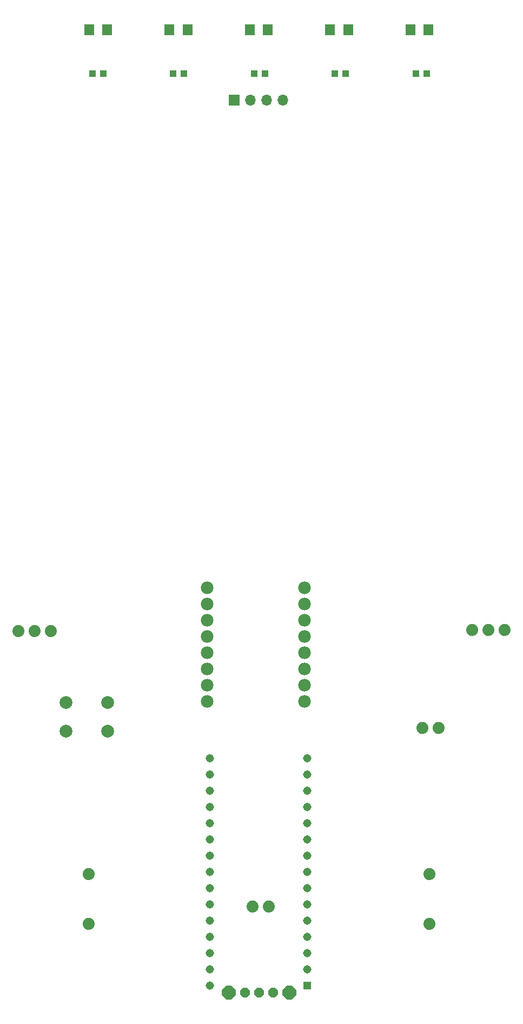
<source format=gbr>
%TF.GenerationSoftware,KiCad,Pcbnew,7.0.7*%
%TF.CreationDate,2024-02-07T22:59:59+08:00*%
%TF.ProjectId,lekirbotv2,6c656b69-7262-46f7-9476-322e6b696361,rev?*%
%TF.SameCoordinates,Original*%
%TF.FileFunction,Copper,L1,Top*%
%TF.FilePolarity,Positive*%
%FSLAX46Y46*%
G04 Gerber Fmt 4.6, Leading zero omitted, Abs format (unit mm)*
G04 Created by KiCad (PCBNEW 7.0.7) date 2024-02-07 22:59:59*
%MOMM*%
%LPD*%
G01*
G04 APERTURE LIST*
G04 Aperture macros list*
%AMOutline5P*
0 Free polygon, 5 corners , with rotation*
0 The origin of the aperture is its center*
0 number of corners: always 5*
0 $1 to $10 corner X, Y*
0 $11 Rotation angle, in degrees counterclockwise*
0 create outline with 5 corners*
4,1,5,$1,$2,$3,$4,$5,$6,$7,$8,$9,$10,$1,$2,$11*%
%AMOutline6P*
0 Free polygon, 6 corners , with rotation*
0 The origin of the aperture is its center*
0 number of corners: always 6*
0 $1 to $12 corner X, Y*
0 $13 Rotation angle, in degrees counterclockwise*
0 create outline with 6 corners*
4,1,6,$1,$2,$3,$4,$5,$6,$7,$8,$9,$10,$11,$12,$1,$2,$13*%
%AMOutline7P*
0 Free polygon, 7 corners , with rotation*
0 The origin of the aperture is its center*
0 number of corners: always 7*
0 $1 to $14 corner X, Y*
0 $15 Rotation angle, in degrees counterclockwise*
0 create outline with 7 corners*
4,1,7,$1,$2,$3,$4,$5,$6,$7,$8,$9,$10,$11,$12,$13,$14,$1,$2,$15*%
%AMOutline8P*
0 Free polygon, 8 corners , with rotation*
0 The origin of the aperture is its center*
0 number of corners: always 8*
0 $1 to $16 corner X, Y*
0 $17 Rotation angle, in degrees counterclockwise*
0 create outline with 8 corners*
4,1,8,$1,$2,$3,$4,$5,$6,$7,$8,$9,$10,$11,$12,$13,$14,$15,$16,$1,$2,$17*%
G04 Aperture macros list end*
%TA.AperFunction,ComponentPad*%
%ADD10C,1.980000*%
%TD*%
%TA.AperFunction,SMDPad,CuDef*%
%ADD11R,1.100000X1.000000*%
%TD*%
%TA.AperFunction,ComponentPad*%
%ADD12O,1.700000X1.700000*%
%TD*%
%TA.AperFunction,ComponentPad*%
%ADD13R,1.700000X1.700000*%
%TD*%
%TA.AperFunction,ComponentPad*%
%ADD14C,1.879600*%
%TD*%
%TA.AperFunction,SMDPad,CuDef*%
%ADD15R,1.600000X1.803000*%
%TD*%
%TA.AperFunction,ComponentPad*%
%ADD16C,2.000000*%
%TD*%
%TA.AperFunction,ComponentPad*%
%ADD17R,1.308000X1.308000*%
%TD*%
%TA.AperFunction,ComponentPad*%
%ADD18C,1.308000*%
%TD*%
%TA.AperFunction,ComponentPad*%
%ADD19Outline8P,-0.762000X0.315631X-0.315631X0.762000X0.315631X0.762000X0.762000X0.315631X0.762000X-0.315631X0.315631X-0.762000X-0.315631X-0.762000X-0.762000X-0.315631X90.000000*%
%TD*%
%TA.AperFunction,ComponentPad*%
%ADD20Outline8P,-1.066800X0.441883X-0.441883X1.066800X0.441883X1.066800X1.066800X0.441883X1.066800X-0.441883X0.441883X-1.066800X-0.441883X-1.066800X-1.066800X-0.441883X90.000000*%
%TD*%
G04 APERTURE END LIST*
D10*
%TO.P,U1,9,GND*%
%TO.N,GND*%
X99670000Y-140665000D03*
%TO.P,U1,10,PWMB*%
%TO.N,/IO5*%
X99670000Y-138125000D03*
%TO.P,U1,11,BI2*%
%TO.N,Net-(IC3C-O)*%
X99670000Y-135585000D03*
%TO.P,U1,12,BI1*%
%TO.N,/IO3*%
X99670000Y-133045000D03*
%TO.P,U1,13,STBY*%
%TO.N,+5V*%
X99670000Y-130505000D03*
%TO.P,U1,14,AI1*%
%TO.N,/IO2*%
X99670000Y-127965000D03*
%TO.P,U1,15,AI2*%
%TO.N,Net-(IC3A-O)*%
X99670000Y-125425000D03*
%TO.P,U1,16,PWMA*%
%TO.N,/IO6*%
X99670000Y-122885000D03*
%TO.P,U1,1,VM*%
%TO.N,/VIN*%
X84430000Y-122885000D03*
%TO.P,U1,2,VCC*%
%TO.N,+5V*%
X84430000Y-125425000D03*
%TO.P,U1,3,GND*%
%TO.N,GND*%
X84430000Y-127965000D03*
%TO.P,U1,4,A01*%
%TO.N,/A01*%
X84430000Y-130505000D03*
%TO.P,U1,5,A02*%
%TO.N,/A02*%
X84430000Y-133045000D03*
%TO.P,U1,6,B02*%
%TO.N,/B02*%
X84430000Y-135585000D03*
%TO.P,U1,7,B01*%
%TO.N,/B01*%
X84430000Y-138125000D03*
%TO.P,U1,8,GND*%
%TO.N,GND*%
X84430000Y-140665000D03*
%TD*%
D11*
%TO.P,R1,2,2*%
%TO.N,+5V*%
X118821600Y-42442200D03*
%TO.P,R1,1,1*%
%TO.N,Net-(D1-PadA)*%
X117121600Y-42442200D03*
%TD*%
%TO.P,R2,2,2*%
%TO.N,+5V*%
X106156800Y-42442200D03*
%TO.P,R2,1,1*%
%TO.N,Net-(D2-PadA)*%
X104456800Y-42442200D03*
%TD*%
D12*
%TO.P,J3,4,Pin_4*%
%TO.N,+5V*%
X96266400Y-46557000D03*
%TO.P,J3,3,Pin_3*%
%TO.N,/AD4*%
X93726400Y-46557000D03*
%TO.P,J3,2,Pin_2*%
%TO.N,/AD5*%
X91186400Y-46557000D03*
D13*
%TO.P,J3,1,Pin_1*%
%TO.N,GND*%
X88646400Y-46557000D03*
%TD*%
D14*
%TO.P,J1,1,1*%
%TO.N,GND*%
X131013600Y-129455251D03*
%TO.P,J1,2,2*%
%TO.N,+5V*%
X128473600Y-129455251D03*
%TO.P,J1,3,3*%
%TO.N,/IO9*%
X125933600Y-129455251D03*
%TD*%
D15*
%TO.P,D2,C,C*%
%TO.N,/IO13*%
X106527600Y-35584200D03*
%TO.P,D2,A,A*%
%TO.N,Net-(D2-PadA)*%
X103683600Y-35584200D03*
%TD*%
D14*
%TO.P,M1A0,1,1*%
%TO.N,/A01*%
X65938400Y-167664551D03*
%TD*%
%TO.P,J2,1,1*%
%TO.N,GND*%
X59995200Y-129633051D03*
%TO.P,J2,2,2*%
%TO.N,+5V*%
X57455200Y-129633051D03*
%TO.P,J2,3,3*%
%TO.N,/IO10*%
X54915200Y-129633051D03*
%TD*%
D15*
%TO.P,D1,C,C*%
%TO.N,/IO11*%
X119100600Y-35584200D03*
%TO.P,D1,A,A*%
%TO.N,Net-(D1-PadA)*%
X116256600Y-35584200D03*
%TD*%
D16*
%TO.P,SW1,1,1*%
%TO.N,GND*%
X62334400Y-140804851D03*
X68834400Y-140804851D03*
%TO.P,SW1,2,2*%
%TO.N,/IO8*%
X62334400Y-145304851D03*
X68834400Y-145304851D03*
%TD*%
D15*
%TO.P,D4,C,C*%
%TO.N,/IO12*%
X81381600Y-35584200D03*
%TO.P,D4,A,A*%
%TO.N,Net-(D4-PadA)*%
X78537600Y-35584200D03*
%TD*%
D14*
%TO.P,LDR0,1,1*%
%TO.N,/AD7*%
X118110400Y-144796851D03*
%TO.P,LDR0,2,2*%
%TO.N,+5V*%
X120650400Y-144796851D03*
%TD*%
%TO.P,BATT0,1,1*%
%TO.N,Net-(BATT0-Pad1)*%
X94107400Y-172736851D03*
%TO.P,BATT0,2,2*%
%TO.N,GND*%
X91567400Y-172736851D03*
%TD*%
D15*
%TO.P,D3,C,C*%
%TO.N,/IO7*%
X93954600Y-35584200D03*
%TO.P,D3,A,A*%
%TO.N,Net-(D3-PadA)*%
X91110600Y-35584200D03*
%TD*%
D11*
%TO.P,R5,2,2*%
%TO.N,+5V*%
X68162200Y-42442200D03*
%TO.P,R5,1,1*%
%TO.N,Net-(D5-PadA)*%
X66462200Y-42442200D03*
%TD*%
D17*
%TO.P,ARDUINO_NANO1,1,SCK/D13*%
%TO.N,/IO13*%
X100076400Y-185106851D03*
D18*
%TO.P,ARDUINO_NANO1,2,3V3*%
%TO.N,/+3V3*%
X100076400Y-182566851D03*
%TO.P,ARDUINO_NANO1,3,AREF*%
%TO.N,+5V*%
X100076400Y-180026851D03*
%TO.P,ARDUINO_NANO1,4,ADC0/A0*%
%TO.N,/AD0*%
X100076400Y-177486851D03*
%TO.P,ARDUINO_NANO1,5,ADC1/A1*%
%TO.N,/AD1*%
X100076400Y-174946851D03*
%TO.P,ARDUINO_NANO1,6,ADC2/A2*%
%TO.N,/AD2*%
X100076400Y-172406851D03*
%TO.P,ARDUINO_NANO1,7,ADC3/A3*%
%TO.N,/AD3*%
X100076400Y-169866851D03*
%TO.P,ARDUINO_NANO1,8,ADC4/SDA/A4*%
%TO.N,/AD4*%
X100076400Y-167326851D03*
%TO.P,ARDUINO_NANO1,9,ADC5/SCL/A5*%
%TO.N,/AD5*%
X100076400Y-164786851D03*
%TO.P,ARDUINO_NANO1,10,ADC6/A6*%
%TO.N,/AD6*%
X100076400Y-162246851D03*
%TO.P,ARDUINO_NANO1,11,ADC7/A7*%
%TO.N,/AD7*%
X100076400Y-159706851D03*
%TO.P,ARDUINO_NANO1,12,5V*%
%TO.N,+5V*%
X100076400Y-157166851D03*
%TO.P,ARDUINO_NANO1,13,~{RESET@2}*%
%TO.N,/RESET*%
X100076400Y-154626851D03*
%TO.P,ARDUINO_NANO1,14,GND@2*%
%TO.N,GND*%
X100076400Y-152086851D03*
%TO.P,ARDUINO_NANO1,15,VIN*%
%TO.N,/VIN*%
X100076400Y-149546851D03*
%TO.P,ARDUINO_NANO1,16,D1/TX*%
%TO.N,/IO0*%
X84836400Y-149546851D03*
%TO.P,ARDUINO_NANO1,17,D0/RX*%
%TO.N,/IO1*%
X84836400Y-152086851D03*
%TO.P,ARDUINO_NANO1,18,~{RESET@1}*%
%TO.N,unconnected-(ARDUINO_NANO1-~{RESET@1}-Pad18)*%
X84836400Y-154626851D03*
%TO.P,ARDUINO_NANO1,19,GND@1*%
%TO.N,GND*%
X84836400Y-157166851D03*
%TO.P,ARDUINO_NANO1,20,D2/INT0*%
%TO.N,/IO2*%
X84836400Y-159706851D03*
%TO.P,ARDUINO_NANO1,21,D3/INT1*%
%TO.N,/IO3*%
X84836400Y-162246851D03*
%TO.P,ARDUINO_NANO1,22,D4/T0*%
%TO.N,/IO4*%
X84836400Y-164786851D03*
%TO.P,ARDUINO_NANO1,23,D5/T1*%
%TO.N,/IO5*%
X84836400Y-167326851D03*
%TO.P,ARDUINO_NANO1,24,D6/AIN0*%
%TO.N,/IO6*%
X84836400Y-169866851D03*
%TO.P,ARDUINO_NANO1,25,D7/AIN1*%
%TO.N,/IO7*%
X84836400Y-172406851D03*
%TO.P,ARDUINO_NANO1,26,D8/CLK0*%
%TO.N,/IO8*%
X84836400Y-174946851D03*
%TO.P,ARDUINO_NANO1,27,D9/OC1A*%
%TO.N,/IO9*%
X84836400Y-177486851D03*
%TO.P,ARDUINO_NANO1,28,D10/OC1B/~{SS}*%
%TO.N,/IO10*%
X84836400Y-180026851D03*
%TO.P,ARDUINO_NANO1,29,D11/MOSI*%
%TO.N,/IO11*%
X84836400Y-182566851D03*
%TO.P,ARDUINO_NANO1,30,D12/MISO*%
%TO.N,/IO12*%
X84836400Y-185106851D03*
%TD*%
D11*
%TO.P,R3,2,2*%
%TO.N,+5V*%
X93491900Y-42442200D03*
%TO.P,R3,1,1*%
%TO.N,Net-(D3-PadA)*%
X91791900Y-42442200D03*
%TD*%
D19*
%TO.P,S2X0,1,1*%
%TO.N,/VIN*%
X90360900Y-186198851D03*
%TO.P,S2X0,2,2*%
%TO.N,Net-(D7-PadC)*%
X92583400Y-186198851D03*
%TO.P,S2X0,3,3*%
%TO.N,unconnected-(S2X0-Pad3)*%
X94805900Y-186198851D03*
D20*
%TO.P,S2X0,G1*%
%TO.N,N/C*%
X87833400Y-186211351D03*
%TO.P,S2X0,G2*%
X97333400Y-186186351D03*
%TD*%
D14*
%TO.P,M1B0,1,1*%
%TO.N,/A02*%
X65938400Y-175411551D03*
%TD*%
%TO.P,M2A0,1,1*%
%TO.N,/B01*%
X119278400Y-167664551D03*
%TD*%
%TO.P,M2B0,1,1*%
%TO.N,/B02*%
X119278400Y-175411551D03*
%TD*%
D15*
%TO.P,D5,C,C*%
%TO.N,/IO4*%
X68808600Y-35584200D03*
%TO.P,D5,A,A*%
%TO.N,Net-(D5-PadA)*%
X65964600Y-35584200D03*
%TD*%
D11*
%TO.P,R4,2,2*%
%TO.N,+5V*%
X80827100Y-42442200D03*
%TO.P,R4,1,1*%
%TO.N,Net-(D4-PadA)*%
X79127100Y-42442200D03*
%TD*%
M02*

</source>
